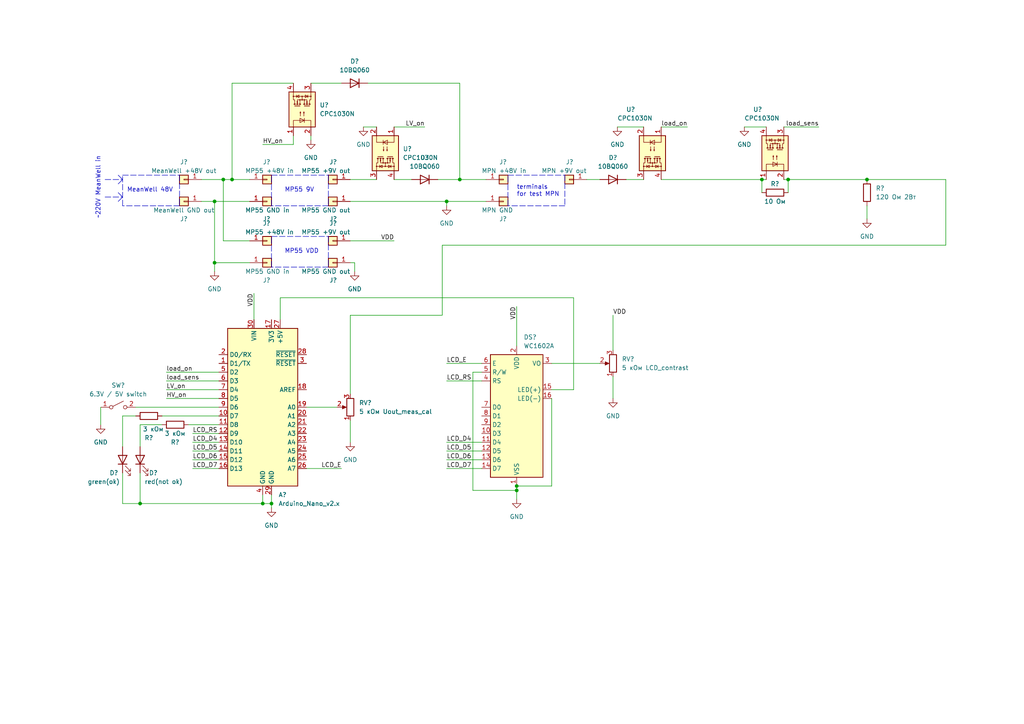
<source format=kicad_sch>
(kicad_sch (version 20211123) (generator eeschema)
  (paper "A4")
  (title_block (title "MPNtest") (date "2022-05-14"))
  (lib_symbols
    (symbol "Connector_Generic:Conn_01x01" (pin_names (offset 1.016) hide)
      (property "Reference" "J" (at 0 2.54 0))
      (property "Value" "Conn_01x01" (at 0 -2.54 0))
      (symbol "Conn_01x01_1_1"
        (rectangle (start -1.27 0.127) (end 0 -0.127) (stroke (width 0.1524)))
        (rectangle (start -1.27 1.27) (end 1.27 -1.27) (stroke (width 0.254)) (fill (type background)))
        (pin passive line (at -5.08 0 0) (length 3.81) (name "Pin_1") (number "1"))
      )
    )
    (symbol "Device:LED" (pin_numbers hide) (pin_names (offset 1.016) hide)
      (property "Reference" "D" (at 0 2.54 0))
      (property "Value" "LED" (at 0 -2.54 0))
      (symbol "LED_0_1"
        (polyline (pts (xy -1.27 -1.27) (xy -1.27 1.27)) (stroke (width 0.254)))
        (polyline (pts (xy -1.27 0) (xy 1.27 0)))
        (polyline (pts (xy 1.27 -1.27) (xy 1.27 1.27) (xy -1.27 0) (xy 1.27 -1.27)) (stroke (width 0.254)))
        (polyline (pts (xy -3.048 -0.762) (xy -4.572 -2.286) (xy -3.81 -2.286) (xy -4.572 -2.286) (xy -4.572 -1.524)))
        (polyline (pts (xy -1.778 -0.762) (xy -3.302 -2.286) (xy -2.54 -2.286) (xy -3.302 -2.286) (xy -3.302 -1.524)))
      )
      (symbol "LED_1_1"
        (pin passive line (at -3.81 0 0) (length 2.54) (name "K") (number "1"))
        (pin passive line (at 3.81 0 180) (length 2.54) (name "A") (number "2"))
      )
    )
    (symbol "Device:R" (pin_numbers hide) (pin_names (offset 0))
      (property "Reference" "R" (at 2.032 0 90))
      (property "Value" "R" (at 0 0 90))
      (symbol "R_0_1"
        (rectangle (start -1.016 -2.54) (end 1.016 2.54) (stroke (width 0.254)))
      )
      (symbol "R_1_1"
        (pin passive line (at 0 3.81 270) (length 1.27) (name "~") (number "1"))
        (pin passive line (at 0 -3.81 90) (length 1.27) (name "~") (number "2"))
      )
    )
    (symbol "Device:R_Potentiometer" (pin_names (offset 1.016) hide)
      (property "Reference" "RV" (at -4.445 0 90))
      (property "Value" "R_Potentiometer" (at -2.54 0 90))
      (symbol "R_Potentiometer_0_1"
        (polyline (pts (xy 2.54 0) (xy 1.524 0)))
        (polyline (pts (xy 1.143 0) (xy 2.286 0.508) (xy 2.286 -0.508) (xy 1.143 0)) (fill (type outline)))
        (rectangle (start 1.016 2.54) (end -1.016 -2.54) (stroke (width 0.254)))
      )
      (symbol "R_Potentiometer_1_1"
        (pin passive line (at 0 3.81 270) (length 1.27) (name "1") (number "1"))
        (pin passive line (at 3.81 0 180) (length 1.27) (name "2") (number "2"))
        (pin passive line (at 0 -3.81 90) (length 1.27) (name "3") (number "3"))
      )
    )
    (symbol "Diode:1N4001" (pin_numbers hide) (pin_names (offset 1.016) hide)
      (property "Reference" "D" (at 0 2.54 0))
      (property "Value" "1N4001" (at 0 -2.54 0))
      (symbol "1N4001_0_1"
        (polyline (pts (xy -1.27 1.27) (xy -1.27 -1.27)) (stroke (width 0.254)))
        (polyline (pts (xy 1.27 0) (xy -1.27 0)))
        (polyline (pts (xy 1.27 1.27) (xy 1.27 -1.27) (xy -1.27 0) (xy 1.27 1.27)) (stroke (width 0.254)))
      )
      (symbol "1N4001_1_1"
        (pin passive line (at -3.81 0 0) (length 2.54) (name "K") (number "1"))
        (pin passive line (at 3.81 0 180) (length 2.54) (name "A") (number "2"))
      )
    )
    (symbol "Display_Character:WC1602A"
      (property "Reference" "DS" (at -5.842 19.05 0))
      (property "Value" "WC1602A" (at 5.334 19.05 0))
      (symbol "WC1602A_1_1"
        (rectangle (start -7.62 17.78) (end 7.62 -17.78) (stroke (width 0.254)) (fill (type background)))
        (pin power_in line (at 0 -20.32 90) (length 2.54) (name "VSS") (number "1"))
        (pin input line (at -10.16 -5.08 0) (length 2.54) (name "D3") (number "10"))
        (pin input line (at -10.16 -7.62 0) (length 2.54) (name "D4") (number "11"))
        (pin input line (at -10.16 -10.16 0) (length 2.54) (name "D5") (number "12"))
        (pin input line (at -10.16 -12.7 0) (length 2.54) (name "D6") (number "13"))
        (pin input line (at -10.16 -15.24 0) (length 2.54) (name "D7") (number "14"))
        (pin power_in line (at 10.16 7.62 180) (length 2.54) (name "LED(+)") (number "15"))
        (pin power_in line (at 10.16 5.08 180) (length 2.54) (name "LED(-)") (number "16"))
        (pin power_in line (at 0 20.32 270) (length 2.54) (name "VDD") (number "2"))
        (pin input line (at 10.16 15.24 180) (length 2.54) (name "VO") (number "3"))
        (pin input line (at -10.16 10.16 0) (length 2.54) (name "RS") (number "4"))
        (pin input line (at -10.16 12.7 0) (length 2.54) (name "R/W") (number "5"))
        (pin input line (at -10.16 15.24 0) (length 2.54) (name "E") (number "6"))
        (pin input line (at -10.16 2.54 0) (length 2.54) (name "D0") (number "7"))
        (pin input line (at -10.16 0 0) (length 2.54) (name "D1") (number "8"))
        (pin input line (at -10.16 -2.54 0) (length 2.54) (name "D2") (number "9"))
      )
    )
    (symbol "MCU_Module:Arduino_Nano_v2.x"
      (property "Reference" "A" (at -10.16 23.495 0))
      (property "Value" "Arduino_Nano_v2.x" (at 5.08 -24.13 0))
      (symbol "Arduino_Nano_v2.x_0_1"
        (rectangle (start -10.16 22.86) (end 10.16 -22.86) (stroke (width 0.254)) (fill (type background)))
      )
      (symbol "Arduino_Nano_v2.x_1_1"
        (pin bidirectional line (at -12.7 12.7 0) (length 2.54) (name "D1/TX") (number "1"))
        (pin bidirectional line (at -12.7 -2.54 0) (length 2.54) (name "D7") (number "10"))
        (pin bidirectional line (at -12.7 -5.08 0) (length 2.54) (name "D8") (number "11"))
        (pin bidirectional line (at -12.7 -7.62 0) (length 2.54) (name "D9") (number "12"))
        (pin bidirectional line (at -12.7 -10.16 0) (length 2.54) (name "D10") (number "13"))
        (pin bidirectional line (at -12.7 -12.7 0) (length 2.54) (name "D11") (number "14"))
        (pin bidirectional line (at -12.7 -15.24 0) (length 2.54) (name "D12") (number "15"))
        (pin bidirectional line (at -12.7 -17.78 0) (length 2.54) (name "D13") (number "16"))
        (pin power_out line (at 2.54 25.4 270) (length 2.54) (name "3V3") (number "17"))
        (pin input line (at 12.7 5.08 180) (length 2.54) (name "AREF") (number "18"))
        (pin bidirectional line (at 12.7 0 180) (length 2.54) (name "A0") (number "19"))
        (pin bidirectional line (at -12.7 15.24 0) (length 2.54) (name "D0/RX") (number "2"))
        (pin bidirectional line (at 12.7 -2.54 180) (length 2.54) (name "A1") (number "20"))
        (pin bidirectional line (at 12.7 -5.08 180) (length 2.54) (name "A2") (number "21"))
        (pin bidirectional line (at 12.7 -7.62 180) (length 2.54) (name "A3") (number "22"))
        (pin bidirectional line (at 12.7 -10.16 180) (length 2.54) (name "A4") (number "23"))
        (pin bidirectional line (at 12.7 -12.7 180) (length 2.54) (name "A5") (number "24"))
        (pin bidirectional line (at 12.7 -15.24 180) (length 2.54) (name "A6") (number "25"))
        (pin bidirectional line (at 12.7 -17.78 180) (length 2.54) (name "A7") (number "26"))
        (pin power_out line (at 5.08 25.4 270) (length 2.54) (name "+5V") (number "27"))
        (pin input line (at 12.7 15.24 180) (length 2.54) (name "~{RESET}") (number "28"))
        (pin power_in line (at 2.54 -25.4 90) (length 2.54) (name "GND") (number "29"))
        (pin input line (at 12.7 12.7 180) (length 2.54) (name "~{RESET}") (number "3"))
        (pin power_in line (at -2.54 25.4 270) (length 2.54) (name "VIN") (number "30"))
        (pin power_in line (at 0 -25.4 90) (length 2.54) (name "GND") (number "4"))
        (pin bidirectional line (at -12.7 10.16 0) (length 2.54) (name "D2") (number "5"))
        (pin bidirectional line (at -12.7 7.62 0) (length 2.54) (name "D3") (number "6"))
        (pin bidirectional line (at -12.7 5.08 0) (length 2.54) (name "D4") (number "7"))
        (pin bidirectional line (at -12.7 2.54 0) (length 2.54) (name "D5") (number "8"))
        (pin bidirectional line (at -12.7 0 0) (length 2.54) (name "D6") (number "9"))
      )
    )
    (symbol "Relay_SolidState:CPC1017N"
      (property "Reference" "U" (at -5.08 5.08 0))
      (property "Value" "CPC1017N" (at 0 5.08 0))
      (symbol "CPC1017N_0_1"
        (rectangle (start -5.08 3.81) (end 5.08 -3.81) (stroke (width 0.254)) (fill (type background)))
        (polyline (pts (xy -3.81 -0.635) (xy -2.54 -0.635)))
        (polyline (pts (xy 1.016 -0.635) (xy 1.016 -2.159)) (stroke (width 0.2032)))
        (polyline (pts (xy 1.016 2.159) (xy 1.016 0.635)) (stroke (width 0.2032)))
        (polyline (pts (xy 1.524 -0.508) (xy 1.524 -0.762)) (stroke (width 0.3556)))
        (polyline (pts (xy 2.794 0) (xy 3.81 0)))
        (polyline (pts (xy 3.429 -1.651) (xy 4.191 -1.651)))
        (polyline (pts (xy 3.429 1.651) (xy 4.191 1.651)))
        (polyline (pts (xy 3.81 -2.54) (xy 3.81 2.54)))
        (polyline (pts (xy 1.524 -2.032) (xy 1.524 -2.286) (xy 1.524 -2.286)) (stroke (width 0.3556)))
        (polyline (pts (xy 1.524 -1.27) (xy 1.524 -1.524) (xy 1.524 -1.524)) (stroke (width 0.3556)))
        (polyline (pts (xy 1.524 0.762) (xy 1.524 0.508) (xy 1.524 0.508)) (stroke (width 0.3556)))
        (polyline (pts (xy 1.524 1.524) (xy 1.524 1.27) (xy 1.524 1.27)) (stroke (width 0.3556)))
        (polyline (pts (xy 1.524 2.286) (xy 1.524 2.032) (xy 1.524 2.032)) (stroke (width 0.3556)))
        (polyline (pts (xy 1.651 -1.397) (xy 2.794 -1.397) (xy 2.794 -0.635)))
        (polyline (pts (xy 1.651 1.397) (xy 2.794 1.397) (xy 2.794 0.635)))
        (polyline (pts (xy -5.08 2.54) (xy -3.175 2.54) (xy -3.175 -2.54) (xy -5.08 -2.54)))
        (polyline (pts (xy -3.175 -0.635) (xy -3.81 0.635) (xy -2.54 0.635) (xy -3.175 -0.635)))
        (polyline (pts (xy 1.651 -2.159) (xy 2.794 -2.159) (xy 2.794 -2.54) (xy 5.08 -2.54)))
        (polyline (pts (xy 1.651 -0.635) (xy 2.794 -0.635) (xy 2.794 0.635) (xy 1.651 0.635)))
        (polyline (pts (xy 1.651 2.159) (xy 2.794 2.159) (xy 2.794 2.54) (xy 5.08 2.54)))
        (polyline (pts (xy 1.778 -1.397) (xy 2.286 -1.27) (xy 2.286 -1.524) (xy 1.778 -1.397)))
        (polyline (pts (xy 1.778 1.397) (xy 2.286 1.524) (xy 2.286 1.27) (xy 1.778 1.397)))
        (polyline (pts (xy 3.81 -1.651) (xy 3.429 -0.889) (xy 4.191 -0.889) (xy 3.81 -1.651)))
        (polyline (pts (xy 3.81 1.651) (xy 3.429 0.889) (xy 4.191 0.889) (xy 3.81 1.651)))
        (polyline (pts (xy -1.905 -0.508) (xy -0.635 -0.508) (xy -1.016 -0.635) (xy -1.016 -0.381) (xy -0.635 -0.508)))
        (polyline (pts (xy -1.905 0.508) (xy -0.635 0.508) (xy -1.016 0.381) (xy -1.016 0.635) (xy -0.635 0.508)))
        (circle (center 2.794 -0.635) (radius 0.127))
        (circle (center 2.794 0) (radius 0.127))
        (circle (center 2.794 0.635) (radius 0.127))
        (circle (center 3.81 -2.54) (radius 0.127))
        (circle (center 3.81 0) (radius 0.127))
        (circle (center 3.81 2.54) (radius 0.127))
      )
      (symbol "CPC1017N_1_1"
        (pin passive line (at -7.62 2.54 0) (length 2.54) (name "~") (number "1"))
        (pin passive line (at -7.62 -2.54 0) (length 2.54) (name "~") (number "2"))
        (pin passive line (at 7.62 -2.54 180) (length 2.54) (name "~") (number "3"))
        (pin passive line (at 7.62 2.54 180) (length 2.54) (name "~") (number "4"))
      )
    )
    (symbol "Switch:SW_SPST" (pin_names (offset 0) hide)
      (property "Reference" "SW" (at 0 3.175 0))
      (property "Value" "SW_SPST" (at 0 -2.54 0))
      (symbol "SW_SPST_0_0"
        (circle (center -2.032 0) (radius 0.508))
        (polyline (pts (xy -1.524 0.254) (xy 1.524 1.778)))
        (circle (center 2.032 0) (radius 0.508))
      )
      (symbol "SW_SPST_1_1"
        (pin passive line (at -5.08 0 0) (length 2.54) (name "A") (number "1"))
        (pin passive line (at 5.08 0 180) (length 2.54) (name "B") (number "2"))
      )
    )
    (symbol "power:GND" (power) (pin_names (offset 0))
      (property "Value" "GND" (at 0 -3.81 0))
      (symbol "GND_0_1"
        (polyline (pts (xy 0 0) (xy 0 -1.27) (xy 1.27 -1.27) (xy 0 -2.54) (xy -1.27 -1.27) (xy 0 -1.27)))
      )
      (symbol "GND_1_1"
        (pin power_in line (at 0 0 270) (length 0) hide (name "GND") (number "1"))
      )
    )
  )
  (junction (at 62.23 58.42))
  (junction (at 228.6 52.07))
  (junction (at 76.2 146.05))
  (junction (at 133.35 52.07))
  (junction (at 251.46 52.07))
  (junction (at 129.54 58.42))
  (junction (at 62.23 76.2))
  (junction (at 149.86 140.97))
  (junction (at 78.74 146.05))
  (junction (at 40.64 146.05))
  (junction (at 67.31 52.07))
  (junction (at 64.77 52.07))
  (junction (at 149.86 142.24))
  (junction (at 220.98 52.07))
  (wire (pts (xy 220.98 52.07) (xy 222.25 52.07)))
  (wire (pts (xy 101.6 69.85) (xy 114.3 69.85)))
  (polyline (pts (xy 34.29 53.34) (xy 35.56 52.07)))
  (polyline (pts (xy 30.48 52.07) (xy 35.56 52.07)))
  (wire (pts (xy 181.61 52.07) (xy 186.69 52.07)))
  (wire (pts (xy 76.2 143.51) (xy 76.2 146.05)))
  (wire (pts (xy 191.77 52.07) (xy 220.98 52.07)))
  (wire (pts (xy 35.56 129.54) (xy 35.56 120.65)))
  (wire (pts (xy 67.31 24.13) (xy 67.31 52.07)))
  (polyline (pts (xy 163.83 59.69) (xy 147.32 59.69)))
  (wire (pts (xy 40.64 137.16) (xy 40.64 146.05)))
  (wire (pts (xy 274.32 71.12) (xy 274.32 52.07)))
  (wire (pts (xy 85.09 24.13) (xy 67.31 24.13)))
  (wire (pts (xy 55.88 133.35) (xy 63.5 133.35)))
  (wire (pts (xy 35.56 120.65) (xy 39.37 120.65)))
  (wire (pts (xy 101.6 58.42) (xy 129.54 58.42)))
  (wire (pts (xy 101.6 52.07) (xy 109.22 52.07)))
  (wire (pts (xy 101.6 91.44) (xy 101.6 114.3)))
  (polyline (pts (xy 35.56 50.8) (xy 52.07 50.8)))
  (wire (pts (xy 177.8 91.44) (xy 177.8 101.6)))
  (polyline (pts (xy 52.07 59.69) (xy 35.56 59.69)))
  (wire (pts (xy 81.28 86.36) (xy 81.28 92.71)))
  (wire (pts (xy 76.2 146.05) (xy 78.74 146.05)))
  (polyline (pts (xy 147.32 59.69) (xy 147.32 50.8)))
  (wire (pts (xy 40.64 129.54) (xy 40.64 123.19)))
  (wire (pts (xy 88.9 118.11) (xy 97.79 118.11)))
  (wire (pts (xy 129.54 128.27) (xy 139.7 128.27)))
  (wire (pts (xy 133.35 52.07) (xy 140.97 52.07)))
  (wire (pts (xy 55.88 135.89) (xy 63.5 135.89)))
  (wire (pts (xy 48.26 115.57) (xy 63.5 115.57)))
  (wire (pts (xy 215.9 36.83) (xy 222.25 36.83)))
  (wire (pts (xy 101.6 91.44) (xy 128.27 91.44)))
  (polyline (pts (xy 95.25 77.47) (xy 78.74 77.47)))
  (polyline (pts (xy 147.32 50.8) (xy 163.83 50.8)))
  (polyline (pts (xy 34.29 55.88) (xy 35.56 57.15)))
  (polyline (pts (xy 163.83 50.8) (xy 163.83 59.69)))
  (wire (pts (xy 78.74 143.51) (xy 78.74 146.05)))
  (wire (pts (xy 62.23 76.2) (xy 62.23 58.42)))
  (polyline (pts (xy 78.74 50.8) (xy 95.25 50.8)))
  (wire (pts (xy 62.23 76.2) (xy 62.23 78.74)))
  (wire (pts (xy 101.6 121.92) (xy 101.6 128.27)))
  (wire (pts (xy 73.66 85.09) (xy 73.66 92.71)))
  (wire (pts (xy 48.26 107.95) (xy 63.5 107.95)))
  (wire (pts (xy 106.68 24.13) (xy 133.35 24.13)))
  (wire (pts (xy 78.74 146.05) (xy 78.74 147.32)))
  (wire (pts (xy 55.88 130.81) (xy 63.5 130.81)))
  (wire (pts (xy 85.09 39.37) (xy 85.09 41.91)))
  (polyline (pts (xy 78.74 59.69) (xy 78.74 50.8)))
  (wire (pts (xy 58.42 58.42) (xy 62.23 58.42)))
  (wire (pts (xy 40.64 146.05) (xy 76.2 146.05)))
  (wire (pts (xy 114.3 52.07) (xy 119.38 52.07)))
  (wire (pts (xy 58.42 52.07) (xy 64.77 52.07)))
  (polyline (pts (xy 34.29 58.42) (xy 35.56 57.15)))
  (wire (pts (xy 128.27 91.44) (xy 128.27 71.12)))
  (wire (pts (xy 228.6 52.07) (xy 251.46 52.07)))
  (wire (pts (xy 29.21 118.11) (xy 29.21 123.19)))
  (wire (pts (xy 133.35 24.13) (xy 133.35 52.07)))
  (wire (pts (xy 220.98 52.07) (xy 220.98 55.88)))
  (wire (pts (xy 179.07 36.83) (xy 186.69 36.83)))
  (wire (pts (xy 129.54 133.35) (xy 139.7 133.35)))
  (wire (pts (xy 48.26 110.49) (xy 63.5 110.49)))
  (wire (pts (xy 129.54 105.41) (xy 139.7 105.41)))
  (wire (pts (xy 72.39 76.2) (xy 62.23 76.2)))
  (wire (pts (xy 40.64 123.19) (xy 46.99 123.19)))
  (wire (pts (xy 90.17 39.37) (xy 90.17 40.64)))
  (wire (pts (xy 227.33 52.07) (xy 228.6 52.07)))
  (polyline (pts (xy 95.25 59.69) (xy 78.74 59.69)))
  (wire (pts (xy 139.7 107.95) (xy 137.16 107.95)))
  (wire (pts (xy 54.61 123.19) (xy 63.5 123.19)))
  (wire (pts (xy 39.37 118.11) (xy 63.5 118.11)))
  (wire (pts (xy 177.8 109.22) (xy 177.8 115.57)))
  (wire (pts (xy 67.31 52.07) (xy 72.39 52.07)))
  (wire (pts (xy 149.86 140.97) (xy 149.86 142.24)))
  (wire (pts (xy 170.18 52.07) (xy 173.99 52.07)))
  (wire (pts (xy 35.56 146.05) (xy 40.64 146.05)))
  (polyline (pts (xy 78.74 77.47) (xy 78.74 68.58)))
  (polyline (pts (xy 95.25 50.8) (xy 95.25 59.69)))
  (wire (pts (xy 149.86 88.9) (xy 149.86 100.33)))
  (wire (pts (xy 137.16 107.95) (xy 137.16 142.24)))
  (wire (pts (xy 149.86 142.24) (xy 149.86 144.78)))
  (wire (pts (xy 129.54 58.42) (xy 129.54 59.69)))
  (wire (pts (xy 46.99 120.65) (xy 63.5 120.65)))
  (wire (pts (xy 64.77 52.07) (xy 67.31 52.07)))
  (wire (pts (xy 128.27 71.12) (xy 274.32 71.12)))
  (wire (pts (xy 251.46 59.69) (xy 251.46 63.5)))
  (polyline (pts (xy 35.56 59.69) (xy 35.56 50.8)))
  (wire (pts (xy 160.02 113.03) (xy 166.37 113.03)))
  (wire (pts (xy 76.2 41.91) (xy 85.09 41.91)))
  (wire (pts (xy 191.77 36.83) (xy 199.39 36.83)))
  (wire (pts (xy 127 52.07) (xy 133.35 52.07)))
  (wire (pts (xy 101.6 76.2) (xy 102.87 76.2)))
  (wire (pts (xy 62.23 58.42) (xy 72.39 58.42)))
  (wire (pts (xy 114.3 36.83) (xy 123.19 36.83)))
  (wire (pts (xy 129.54 58.42) (xy 140.97 58.42)))
  (wire (pts (xy 90.17 24.13) (xy 99.06 24.13)))
  (wire (pts (xy 105.41 36.83) (xy 109.22 36.83)))
  (wire (pts (xy 228.6 52.07) (xy 228.6 55.88)))
  (wire (pts (xy 64.77 69.85) (xy 64.77 52.07)))
  (polyline (pts (xy 34.29 50.8) (xy 35.56 52.07)))
  (wire (pts (xy 160.02 115.57) (xy 160.02 140.97)))
  (polyline (pts (xy 95.25 68.58) (xy 95.25 77.47)))
  (polyline (pts (xy 78.74 68.58) (xy 95.25 68.58)))
  (wire (pts (xy 166.37 86.36) (xy 81.28 86.36)))
  (wire (pts (xy 137.16 142.24) (xy 149.86 142.24)))
  (wire (pts (xy 88.9 135.89) (xy 99.06 135.89)))
  (wire (pts (xy 251.46 52.07) (xy 274.32 52.07)))
  (wire (pts (xy 55.88 125.73) (xy 63.5 125.73)))
  (wire (pts (xy 72.39 69.85) (xy 64.77 69.85)))
  (wire (pts (xy 166.37 113.03) (xy 166.37 86.36)))
  (wire (pts (xy 129.54 135.89) (xy 139.7 135.89)))
  (wire (pts (xy 227.33 36.83) (xy 237.49 36.83)))
  (wire (pts (xy 48.26 113.03) (xy 63.5 113.03)))
  (wire (pts (xy 160.02 140.97) (xy 149.86 140.97)))
  (wire (pts (xy 35.56 137.16) (xy 35.56 146.05)))
  (wire (pts (xy 102.87 76.2) (xy 102.87 78.74)))
  (wire (pts (xy 160.02 105.41) (xy 173.99 105.41)))
  (wire (pts (xy 55.88 128.27) (xy 63.5 128.27)))
  (wire (pts (xy 129.54 130.81) (xy 139.7 130.81)))
  (polyline (pts (xy 52.07 50.8) (xy 52.07 59.69)))
  (wire (pts (xy 129.54 110.49) (xy 139.7 110.49)))
  (polyline (pts (xy 30.48 57.15) (xy 35.56 57.15)))
  (text "~220V MeanWell in\n" (at 29.21 63.5 90) (effects (font (size 1.27 1.27)) (justify left bottom)))
  (text "terminals \nfor test MPN" (at 149.86 57.15 0) (effects (font (size 1.27 1.27)) (justify left bottom)))
  (text "MeanWell 48V" (at 36.83 55.88 0) (effects (font (size 1.27 1.27)) (justify left bottom)))
  (text "MP55 VDD" (at 82.55 73.66 0) (effects (font (size 1.27 1.27)) (justify left bottom)))
  (text "MP55 9V" (at 82.55 55.88 0) (effects (font (size 1.27 1.27)) (justify left bottom)))
  (label "load_sens" (at 237.49 36.83 180))
  (label "LCD_D5" (at 129.54 130.81 0))
  (label "load_sens" (at 48.26 110.49 0))
  (label "VDD" (at 114.3 69.85 180))
  (label "LCD_D7" (at 55.88 135.89 0))
  (label "LCD_E" (at 129.54 105.41 0))
  (label "LV_on" (at 123.19 36.83 180))
  (label "VDD" (at 177.8 91.44 0))
  (label "LCD_D6" (at 55.88 133.35 0))
  (label "LCD_E" (at 99.06 135.89 180))
  (label "load_on" (at 48.26 107.95 0))
  (label "LCD_RS" (at 129.54 110.49 0))
  (label "HV_on" (at 76.2 41.91 0))
  (label "LCD_RS" (at 55.88 125.73 0))
  (label "load_on" (at 199.39 36.83 180))
  (label "HV_on" (at 48.26 115.57 0))
  (label "LCD_D4" (at 55.88 128.27 0))
  (label "LCD_D5" (at 55.88 130.81 0))
  (label "LCD_D6" (at 129.54 133.35 0))
  (label "LCD_D4" (at 129.54 128.27 0))
  (label "VDD" (at 73.66 85.09 270))
  (label "LCD_D7" (at 129.54 135.89 0))
  (label "VDD" (at 149.86 88.9 270))
  (label "LV_on" (at 48.26 113.03 0))
  (symbol (lib_id "power:GND") (at 177.8 115.57 0) (unit 1)
    (property "Reference" "#PWR?" (effects hide))
    (property "Value" "GND" (at 177.8 120.65 0))
  )
  (symbol (lib_id "power:GND") (at 62.23 78.74 0) (unit 1)
    (property "Reference" "#PWR?" (effects hide))
    (property "Value" "GND" (at 62.23 83.82 0))
  )
  (symbol (lib_id "Connector_Generic:Conn_01x01") (at 53.34 52.07 180) (unit 1)
    (property "Reference" "J?" (at 53.34 46.99 0))
    (property "Value" "MeanWell +48V out" (at 53.34 49.53 0))
  )
  (symbol (lib_id "Relay_SolidState:CPC1017N") (at 87.63 31.75 90) (unit 1)
    (property "Reference" "U?" (at 92.71 30.4799 90) (effects (justify right)))
    (property "Value" "CPC1030N" (at 92.71 33.0199 90) (effects (justify right)))
    (property "Footprint" "Package_SO:SOP-4_3.8x4.1mm_P2.54mm" (effects hide))
    (property "Datasheet" "http://www.ixysic.com/home/pdfs.nsf/www/CPC1017N.pdf/$file/CPC1017N.pdf" (effects hide))
  )
  (symbol (lib_id "Device:R") (at 251.46 55.88 0) (unit 1)
    (property "Reference" "R?" (at 254 54.6099 0) (effects (justify left)))
    (property "Value" "120 Ом 2Вт" (at 254 57.1499 0) (effects (justify left)))
  )
  (symbol (lib_id "Connector_Generic:Conn_01x01") (at 77.47 58.42 0) (unit 1)
    (property "Reference" "J?" (at 76.2 63.5 0) (effects (justify left)))
    (property "Value" "MP55 GND in" (at 71.12 60.96 0) (effects (justify left)))
  )
  (symbol (lib_id "MCU_Module:Arduino_Nano_v2.x") (at 76.2 118.11 0) (unit 1)
    (property "Reference" "A?" (at 80.7594 143.51 0) (effects (justify left)))
    (property "Value" "Arduino_Nano_v2.x" (at 80.7594 146.05 0) (effects (justify left)))
    (property "Footprint" "Module:Arduino_Nano" (effects hide))
    (property "Datasheet" "https://www.arduino.cc/en/uploads/Main/ArduinoNanoManual23.pdf" (effects hide))
  )
  (symbol (lib_id "Diode:1N4001") (at 102.87 24.13 180) (unit 1)
    (property "Reference" "D?" (at 102.87 17.78 0))
    (property "Value" "10BQ060" (at 102.87 20.32 0))
    (property "Footprint" "Diode_THT:D_DO-41_SOD81_P10.16mm_Horizontal" (effects hide))
    (property "Datasheet" "http://www.vishay.com/docs/88503/1n4001.pdf" (effects hide))
  )
  (symbol (lib_id "power:GND") (at 29.21 123.19 0) (unit 1)
    (property "Reference" "#PWR?" (effects hide))
    (property "Value" "GND" (at 29.21 128.27 0))
  )
  (symbol (lib_id "power:GND") (at 179.07 36.83 0) (unit 1)
    (property "Reference" "#PWR?" (effects hide))
    (property "Value" "GND" (at 179.07 41.91 0))
  )
  (symbol (lib_id "Device:LED") (at 40.64 133.35 90) (unit 1)
    (property "Reference" "D?" (at 43.18 137.16 90) (effects (justify right)))
    (property "Value" "red(not ok)" (at 41.91 139.7 90) (effects (justify right)))
  )
  (symbol (lib_id "Switch:SW_SPST") (at 34.29 118.11 0) (unit 1)
    (property "Reference" "SW?" (at 34.29 111.76 0))
    (property "Value" "6.3V / 5V switch" (at 34.29 114.3 0))
  )
  (symbol (lib_id "Connector_Generic:Conn_01x01") (at 96.52 76.2 180) (unit 1)
    (property "Reference" "J?" (at 97.79 81.28 0) (effects (justify left)))
    (property "Value" "MP55 GND out" (at 101.6 78.74 0) (effects (justify left)))
  )
  (symbol (lib_id "Connector_Generic:Conn_01x01") (at 165.1 52.07 180) (unit 1)
    (property "Reference" "J?" (at 166.37 46.99 0) (effects (justify left)))
    (property "Value" "MPN +9V out" (at 170.18 49.53 0) (effects (justify left)))
  )
  (symbol (lib_id "Device:R_Potentiometer") (at 101.6 118.11 180) (unit 1)
    (property "Reference" "RV?" (at 104.14 116.8399 0) (effects (justify right)))
    (property "Value" "5 кОм Uout_meas_cal" (at 104.14 119.3799 0) (effects (justify right)))
  )
  (symbol (lib_id "Diode:1N4001") (at 123.19 52.07 180) (unit 1)
    (property "Reference" "D?" (at 123.19 45.72 0))
    (property "Value" "10BQ060" (at 123.19 48.26 0))
    (property "Footprint" "Diode_THT:D_DO-41_SOD81_P10.16mm_Horizontal" (effects hide))
    (property "Datasheet" "http://www.vishay.com/docs/88503/1n4001.pdf" (effects hide))
  )
  (symbol (lib_id "Device:R") (at 50.8 123.19 90) (unit 1)
    (property "Reference" "R?" (at 50.8 128.27 90))
    (property "Value" "3 кОм" (at 50.8 125.73 90))
  )
  (symbol (lib_id "Connector_Generic:Conn_01x01") (at 77.47 52.07 0) (unit 1)
    (property "Reference" "J?" (at 76.2 46.99 0) (effects (justify left)))
    (property "Value" "MP55 +48V in" (at 71.12 49.53 0) (effects (justify left)))
  )
  (symbol (lib_id "power:GND") (at 149.86 144.78 0) (unit 1)
    (property "Reference" "#PWR?" (effects hide))
    (property "Value" "GND" (at 149.86 149.86 0))
  )
  (symbol (lib_id "Connector_Generic:Conn_01x01") (at 77.47 69.85 0) (unit 1)
    (property "Reference" "J?" (at 76.2 64.77 0) (effects (justify left)))
    (property "Value" "MP55 +48V in" (at 71.12 67.31 0) (effects (justify left)))
  )
  (symbol (lib_id "Connector_Generic:Conn_01x01") (at 146.05 52.07 0) (unit 1)
    (property "Reference" "J?" (at 144.78 46.99 0) (effects (justify left)))
    (property "Value" "MPN +48V in " (at 139.7 49.53 0) (effects (justify left)))
  )
  (symbol (lib_id "Connector_Generic:Conn_01x01") (at 53.34 58.42 180) (unit 1)
    (property "Reference" "J?" (at 53.34 63.5 0))
    (property "Value" "MeanWell GND out" (at 53.34 60.96 0))
  )
  (symbol (lib_id "Relay_SolidState:CPC1017N") (at 224.79 44.45 90) (unit 1)
    (property "Reference" "U?" (at 218.44 31.75 90) (effects (justify right)))
    (property "Value" "CPC1030N" (at 215.9 34.29 90) (effects (justify right)))
    (property "Footprint" "Package_SO:SOP-4_3.8x4.1mm_P2.54mm" (effects hide))
    (property "Datasheet" "http://www.ixysic.com/home/pdfs.nsf/www/CPC1017N.pdf/$file/CPC1017N.pdf" (effects hide))
  )
  (symbol (lib_id "Relay_SolidState:CPC1017N") (at 189.23 44.45 270) (unit 1)
    (property "Reference" "U?" (at 181.61 31.75 90) (effects (justify left)))
    (property "Value" "CPC1030N" (at 179.07 34.29 90) (effects (justify left)))
    (property "Footprint" "Package_SO:SOP-4_3.8x4.1mm_P2.54mm" (effects hide))
    (property "Datasheet" "http://www.ixysic.com/home/pdfs.nsf/www/CPC1017N.pdf/$file/CPC1017N.pdf" (effects hide))
  )
  (symbol (lib_id "power:GND") (at 78.74 147.32 0) (unit 1)
    (property "Reference" "#PWR?" (effects hide))
    (property "Value" "GND" (at 78.74 152.4 0))
  )
  (symbol (lib_id "Device:R_Potentiometer") (at 177.8 105.41 180) (unit 1)
    (property "Reference" "RV?" (at 180.34 104.1399 0) (effects (justify right)))
    (property "Value" "5 кОм LCD_contrast" (at 180.34 106.6799 0) (effects (justify right)))
  )
  (symbol (lib_id "power:GND") (at 129.54 59.69 0) (unit 1)
    (property "Reference" "#PWR?" (effects hide))
    (property "Value" "GND" (at 129.54 64.77 0))
  )
  (symbol (lib_id "Device:LED") (at 35.56 133.35 90) (unit 1)
    (property "Reference" "D?" (at 31.75 137.16 90) (effects (justify right)))
    (property "Value" "green(ok)" (at 25.4 139.7 90) (effects (justify right)))
  )
  (symbol (lib_id "Diode:1N4001") (at 177.8 52.07 180) (unit 1)
    (property "Reference" "D?" (at 177.8 45.72 0))
    (property "Value" "10BQ060" (at 177.8 48.26 0))
    (property "Footprint" "Diode_THT:D_DO-41_SOD81_P10.16mm_Horizontal" (effects hide))
    (property "Datasheet" "http://www.vishay.com/docs/88503/1n4001.pdf" (effects hide))
  )
  (symbol (lib_id "power:GND") (at 101.6 128.27 0) (unit 1)
    (property "Reference" "#PWR?" (effects hide))
    (property "Value" "GND" (at 101.6 133.35 0))
  )
  (symbol (lib_id "power:GND") (at 251.46 63.5 0) (unit 1)
    (property "Reference" "#PWR?" (effects hide))
    (property "Value" "GND" (at 251.46 68.58 0))
  )
  (symbol (lib_id "Relay_SolidState:CPC1017N") (at 111.76 44.45 270) (unit 1)
    (property "Reference" "U?" (at 116.84 43.1799 90) (effects (justify left)))
    (property "Value" "CPC1030N" (at 116.84 45.7199 90) (effects (justify left)))
    (property "Footprint" "Package_SO:SOP-4_3.8x4.1mm_P2.54mm" (effects hide))
    (property "Datasheet" "http://www.ixysic.com/home/pdfs.nsf/www/CPC1017N.pdf/$file/CPC1017N.pdf" (effects hide))
  )
  (symbol (lib_id "Device:R") (at 224.79 55.88 90) (unit 1)
    (property "Reference" "R?" (at 224.79 53.34 90))
    (property "Value" "10 Ом" (at 224.79 58.42 90))
  )
  (symbol (lib_id "Connector_Generic:Conn_01x01") (at 96.52 69.85 180) (unit 1)
    (property "Reference" "J?" (at 97.79 64.77 0) (effects (justify left)))
    (property "Value" "MP55 +9V out" (at 101.6 67.31 0) (effects (justify left)))
  )
  (symbol (lib_id "power:GND") (at 105.41 36.83 0) (unit 1)
    (property "Reference" "#PWR?" (effects hide))
    (property "Value" "GND" (at 105.41 41.91 0))
  )
  (symbol (lib_id "Connector_Generic:Conn_01x01") (at 146.05 58.42 0) (unit 1)
    (property "Reference" "J?" (at 144.78 63.5 0) (effects (justify left)))
    (property "Value" "MPN GND" (at 139.7 60.96 0) (effects (justify left)))
  )
  (symbol (lib_id "Connector_Generic:Conn_01x01") (at 77.47 76.2 0) (unit 1)
    (property "Reference" "J?" (at 76.2 81.28 0) (effects (justify left)))
    (property "Value" "MP55 GND in" (at 71.12 78.74 0) (effects (justify left)))
  )
  (symbol (lib_id "power:GND") (at 102.87 78.74 0) (unit 1)
    (property "Reference" "#PWR?" (effects hide))
    (property "Value" "GND" (at 102.87 83.82 0))
  )
  (symbol (lib_id "Display_Character:WC1602A") (at 149.86 120.65 0) (unit 1)
    (property "Reference" "DS?" (at 151.8794 97.79 0) (effects (justify left)))
    (property "Value" "WC1602A" (at 151.8794 100.33 0) (effects (justify left)))
    (property "Footprint" "Display:WC1602A" (effects hide))
    (property "Datasheet" "http://www.wincomlcd.com/pdf/WC1602A-SFYLYHTC06.pdf" (effects hide))
  )
  (symbol (lib_id "Connector_Generic:Conn_01x01") (at 96.52 52.07 180) (unit 1)
    (property "Reference" "J?" (at 97.79 46.99 0) (effects (justify left)))
    (property "Value" "MP55 +9V out" (at 101.6 49.53 0) (effects (justify left)))
  )
  (symbol (lib_id "Connector_Generic:Conn_01x01") (at 96.52 58.42 180) (unit 1)
    (property "Reference" "J?" (at 97.79 63.5 0) (effects (justify left)))
    (property "Value" "MP55 GND out" (at 101.6 60.96 0) (effects (justify left)))
  )
  (symbol (lib_id "Device:R") (at 43.18 120.65 90) (unit 1)
    (property "Reference" "R?" (at 43.18 127 90))
    (property "Value" "3 кОм" (at 44.45 124.46 90))
  )
  (symbol (lib_id "power:GND") (at 90.17 40.64 0) (unit 1)
    (property "Reference" "#PWR?" (effects hide))
    (property "Value" "GND" (at 90.17 45.72 0))
  )
  (symbol (lib_id "power:GND") (at 215.9 36.83 0) (unit 1)
    (property "Reference" "#PWR?" (effects hide))
    (property "Value" "GND" (at 215.9 41.91 0))
  )
)
</source>
